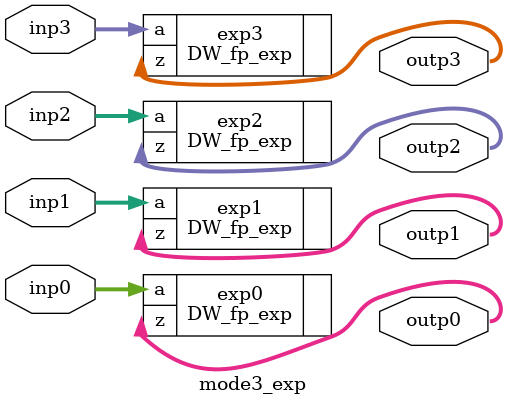
<source format=v>
`define DATAWIDTH 16

module mode3_exp(
  inp0,
  inp1,
  inp2,
  inp3,
   
  outp0,
  outp1,
  outp2,
  outp3); 
  
  input  [`DATAWIDTH-1 : 0] inp0;
  input  [`DATAWIDTH-1 : 0] inp1;
  input  [`DATAWIDTH-1 : 0] inp2;
  input  [`DATAWIDTH-1 : 0] inp3;

  output [`DATAWIDTH-1 : 0] outp0;
  output [`DATAWIDTH-1 : 0] outp1;
  output [`DATAWIDTH-1 : 0] outp2;
  output [`DATAWIDTH-1 : 0] outp3;
  
  DW_fp_exp exp0(.a(inp0), .z(outp0));
  DW_fp_exp exp1(.a(inp1), .z(outp1));
  DW_fp_exp exp2(.a(inp2), .z(outp2));
  DW_fp_exp exp3(.a(inp3), .z(outp3));

endmodule


</source>
